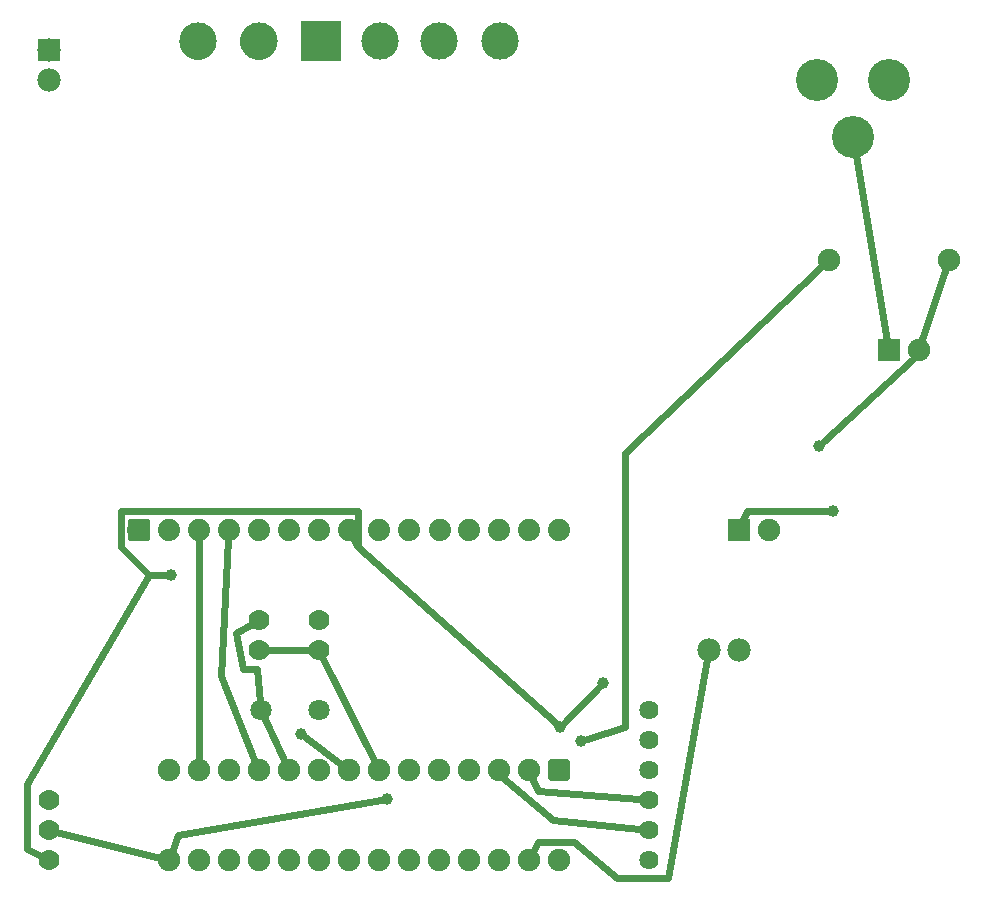
<source format=gbl>
G04 MADE WITH FRITZING*
G04 WWW.FRITZING.ORG*
G04 DOUBLE SIDED*
G04 HOLES PLATED*
G04 CONTOUR ON CENTER OF CONTOUR VECTOR*
%ASAXBY*%
%FSLAX23Y23*%
%MOIN*%
%OFA0B0*%
%SFA1.0B1.0*%
%ADD10C,0.078000*%
%ADD11C,0.075000*%
%ADD12C,0.070925*%
%ADD13C,0.070866*%
%ADD14C,0.064000*%
%ADD15C,0.074000*%
%ADD16C,0.124111*%
%ADD17C,0.124125*%
%ADD18C,0.069444*%
%ADD19C,0.140000*%
%ADD20C,0.070000*%
%ADD21C,0.039370*%
%ADD22R,0.078000X0.078000*%
%ADD23R,0.132161X0.132161*%
%ADD24R,0.075000X0.075000*%
%ADD25C,0.024000*%
%ADD26C,0.020000*%
%ADD27C,0.017000*%
%ADD28R,0.001000X0.001000*%
%LNCOPPER0*%
G90*
G70*
G54D10*
X252Y2876D03*
X252Y2776D03*
G54D11*
X1952Y476D03*
X1952Y176D03*
X1852Y476D03*
X1852Y176D03*
X1752Y476D03*
X1752Y176D03*
X1652Y476D03*
X1652Y176D03*
X1552Y476D03*
X1552Y176D03*
X1452Y476D03*
X1452Y176D03*
X1352Y476D03*
X1352Y176D03*
X1252Y476D03*
X1252Y176D03*
X1152Y476D03*
X1152Y176D03*
X1052Y476D03*
X1052Y176D03*
X952Y476D03*
X952Y176D03*
X852Y476D03*
X852Y176D03*
X752Y476D03*
X752Y176D03*
X652Y476D03*
X652Y176D03*
G54D12*
X1152Y676D03*
G54D13*
X959Y676D03*
G54D14*
X2252Y176D03*
X2252Y276D03*
X2252Y376D03*
X2252Y476D03*
X2252Y576D03*
X2252Y676D03*
G54D15*
X551Y1276D03*
X652Y1276D03*
X753Y1276D03*
X852Y1276D03*
X952Y1276D03*
X1052Y1276D03*
X1153Y1275D03*
X1253Y1276D03*
X1354Y1276D03*
X1452Y1276D03*
X1557Y1276D03*
X1653Y1276D03*
X1753Y1276D03*
X1852Y1276D03*
X1952Y1276D03*
G54D16*
X1756Y2904D03*
X1554Y2904D03*
X1356Y2904D03*
G54D17*
X1159Y2904D03*
X953Y2904D03*
G54D16*
X750Y2904D03*
G54D18*
X252Y376D03*
X252Y276D03*
X252Y176D03*
G54D19*
X3052Y2776D03*
X2812Y2776D03*
X2932Y2586D03*
G54D10*
X2552Y876D03*
X2452Y876D03*
G54D20*
X1152Y976D03*
X1152Y876D03*
X952Y976D03*
X952Y876D03*
G54D11*
X3052Y1876D03*
X3152Y1876D03*
X2552Y1276D03*
X2652Y1276D03*
X3252Y2176D03*
X2852Y2176D03*
G54D21*
X2868Y1340D03*
X2028Y572D03*
X1380Y380D03*
X1956Y620D03*
X2100Y764D03*
X2820Y1556D03*
X1092Y596D03*
X660Y1124D03*
G54D22*
X252Y2876D03*
G54D23*
X1160Y2904D03*
G54D24*
X3052Y1876D03*
X2552Y1276D03*
G54D25*
X752Y504D02*
X753Y1245D01*
D02*
X1864Y450D02*
X1884Y404D01*
X1884Y404D02*
X2221Y378D01*
D02*
X970Y651D02*
X1040Y502D01*
D02*
X929Y963D02*
X876Y932D01*
D02*
X876Y932D02*
X900Y812D01*
X900Y812D02*
X948Y812D01*
X948Y812D02*
X957Y702D01*
D02*
X1765Y450D02*
X1764Y452D01*
X1764Y452D02*
X1932Y308D01*
X1932Y308D02*
X2221Y279D01*
D02*
X851Y1245D02*
X828Y788D01*
D02*
X828Y788D02*
X941Y502D01*
D02*
X2447Y846D02*
X2316Y116D01*
X2316Y116D02*
X2148Y116D01*
X2148Y116D02*
X2004Y236D01*
X2004Y236D02*
X1884Y236D01*
X1884Y236D02*
X1865Y201D01*
D02*
X978Y876D02*
X1126Y876D01*
D02*
X1339Y501D02*
X1164Y852D01*
D02*
X2849Y1340D02*
X2580Y1340D01*
X2580Y1340D02*
X2563Y1302D01*
D02*
X2942Y2525D02*
X3047Y1904D01*
D02*
X277Y269D02*
X624Y183D01*
D02*
X2831Y2156D02*
X2172Y1532D01*
X2172Y1532D02*
X2172Y620D01*
X2172Y620D02*
X2046Y578D01*
D02*
X1361Y377D02*
X684Y260D01*
X684Y260D02*
X662Y203D01*
D02*
X3161Y1903D02*
X3243Y2149D01*
D02*
X1969Y633D02*
X2087Y751D01*
D02*
X2834Y1569D02*
X3132Y1844D01*
X3132Y1844D02*
X3137Y1852D01*
D02*
X1229Y493D02*
X1107Y585D01*
D02*
X641Y1124D02*
X588Y1124D01*
X588Y1124D02*
X492Y1220D01*
X492Y1220D02*
X492Y1340D01*
X492Y1340D02*
X1284Y1340D01*
X1284Y1340D02*
X1284Y1220D01*
X1284Y1220D02*
X1942Y633D01*
D02*
X1268Y1249D02*
X1284Y1220D01*
D02*
X228Y188D02*
X180Y212D01*
D02*
X180Y212D02*
X180Y428D01*
X180Y428D02*
X588Y1124D01*
G54D26*
X1980Y448D02*
X1925Y448D01*
X1925Y503D01*
X1980Y503D01*
X1980Y448D01*
D02*
G54D27*
X523Y1304D02*
X579Y1304D01*
X579Y1248D01*
X523Y1248D01*
X523Y1304D01*
D02*
G54D28*
X744Y2966D02*
X756Y2966D01*
X946Y2966D02*
X958Y2966D01*
X1152Y2966D02*
X1164Y2966D01*
X738Y2965D02*
X762Y2965D01*
X940Y2965D02*
X964Y2965D01*
X1146Y2965D02*
X1170Y2965D01*
X734Y2964D02*
X766Y2964D01*
X936Y2964D02*
X968Y2964D01*
X1142Y2964D02*
X1174Y2964D01*
X730Y2963D02*
X769Y2963D01*
X933Y2963D02*
X972Y2963D01*
X1139Y2963D02*
X1178Y2963D01*
X727Y2962D02*
X772Y2962D01*
X930Y2962D02*
X974Y2962D01*
X1136Y2962D02*
X1180Y2962D01*
X725Y2961D02*
X774Y2961D01*
X928Y2961D02*
X977Y2961D01*
X1134Y2961D02*
X1183Y2961D01*
X723Y2960D02*
X776Y2960D01*
X926Y2960D02*
X979Y2960D01*
X1131Y2960D02*
X1185Y2960D01*
X721Y2959D02*
X779Y2959D01*
X923Y2959D02*
X981Y2959D01*
X1129Y2959D02*
X1187Y2959D01*
X719Y2958D02*
X780Y2958D01*
X922Y2958D02*
X983Y2958D01*
X1128Y2958D02*
X1189Y2958D01*
X718Y2957D02*
X782Y2957D01*
X920Y2957D02*
X984Y2957D01*
X1126Y2957D02*
X1190Y2957D01*
X716Y2956D02*
X783Y2956D01*
X919Y2956D02*
X986Y2956D01*
X1125Y2956D02*
X1192Y2956D01*
X715Y2955D02*
X785Y2955D01*
X917Y2955D02*
X987Y2955D01*
X1123Y2955D02*
X1193Y2955D01*
X713Y2954D02*
X786Y2954D01*
X916Y2954D02*
X989Y2954D01*
X1122Y2954D02*
X1195Y2954D01*
X712Y2953D02*
X788Y2953D01*
X914Y2953D02*
X990Y2953D01*
X1120Y2953D02*
X1196Y2953D01*
X711Y2952D02*
X789Y2952D01*
X913Y2952D02*
X991Y2952D01*
X1119Y2952D02*
X1197Y2952D01*
X709Y2951D02*
X790Y2951D01*
X912Y2951D02*
X992Y2951D01*
X1118Y2951D02*
X1198Y2951D01*
X708Y2950D02*
X791Y2950D01*
X911Y2950D02*
X994Y2950D01*
X1117Y2950D02*
X1200Y2950D01*
X707Y2949D02*
X792Y2949D01*
X910Y2949D02*
X995Y2949D01*
X1116Y2949D02*
X1201Y2949D01*
X706Y2948D02*
X793Y2948D01*
X909Y2948D02*
X996Y2948D01*
X1115Y2948D02*
X1202Y2948D01*
X705Y2947D02*
X794Y2947D01*
X908Y2947D02*
X997Y2947D01*
X1114Y2947D02*
X1203Y2947D01*
X704Y2946D02*
X795Y2946D01*
X907Y2946D02*
X998Y2946D01*
X1113Y2946D02*
X1204Y2946D01*
X704Y2945D02*
X796Y2945D01*
X906Y2945D02*
X999Y2945D01*
X1112Y2945D02*
X1204Y2945D01*
X703Y2944D02*
X797Y2944D01*
X905Y2944D02*
X999Y2944D01*
X1111Y2944D02*
X1205Y2944D01*
X702Y2943D02*
X798Y2943D01*
X904Y2943D02*
X1000Y2943D01*
X1110Y2943D02*
X1206Y2943D01*
X701Y2942D02*
X798Y2942D01*
X904Y2942D02*
X1001Y2942D01*
X1110Y2942D02*
X1207Y2942D01*
X700Y2941D02*
X799Y2941D01*
X903Y2941D02*
X1002Y2941D01*
X1109Y2941D02*
X1208Y2941D01*
X700Y2940D02*
X800Y2940D01*
X902Y2940D02*
X1002Y2940D01*
X1108Y2940D02*
X1208Y2940D01*
X699Y2939D02*
X801Y2939D01*
X901Y2939D02*
X1003Y2939D01*
X1107Y2939D02*
X1209Y2939D01*
X698Y2938D02*
X743Y2938D01*
X757Y2938D02*
X801Y2938D01*
X901Y2938D02*
X945Y2938D01*
X959Y2938D02*
X1004Y2938D01*
X1107Y2938D02*
X1151Y2938D01*
X1165Y2938D02*
X1210Y2938D01*
X698Y2937D02*
X739Y2937D01*
X761Y2937D02*
X802Y2937D01*
X900Y2937D02*
X941Y2937D01*
X963Y2937D02*
X1004Y2937D01*
X1106Y2937D02*
X1147Y2937D01*
X1169Y2937D02*
X1210Y2937D01*
X697Y2936D02*
X736Y2936D01*
X763Y2936D02*
X802Y2936D01*
X900Y2936D02*
X939Y2936D01*
X966Y2936D02*
X1005Y2936D01*
X1106Y2936D02*
X1145Y2936D01*
X1172Y2936D02*
X1211Y2936D01*
X696Y2935D02*
X734Y2935D01*
X766Y2935D02*
X803Y2935D01*
X899Y2935D02*
X936Y2935D01*
X968Y2935D02*
X1006Y2935D01*
X1105Y2935D02*
X1142Y2935D01*
X1174Y2935D02*
X1212Y2935D01*
X696Y2934D02*
X732Y2934D01*
X767Y2934D02*
X804Y2934D01*
X898Y2934D02*
X935Y2934D01*
X970Y2934D02*
X1006Y2934D01*
X1104Y2934D02*
X1141Y2934D01*
X1176Y2934D02*
X1212Y2934D01*
X695Y2933D02*
X730Y2933D01*
X769Y2933D02*
X804Y2933D01*
X898Y2933D02*
X933Y2933D01*
X972Y2933D02*
X1007Y2933D01*
X1104Y2933D02*
X1139Y2933D01*
X1178Y2933D02*
X1213Y2933D01*
X695Y2932D02*
X729Y2932D01*
X770Y2932D02*
X805Y2932D01*
X897Y2932D02*
X932Y2932D01*
X973Y2932D02*
X1007Y2932D01*
X1103Y2932D02*
X1137Y2932D01*
X1179Y2932D02*
X1213Y2932D01*
X694Y2931D02*
X728Y2931D01*
X772Y2931D02*
X805Y2931D01*
X897Y2931D02*
X930Y2931D01*
X974Y2931D02*
X1008Y2931D01*
X1103Y2931D02*
X1136Y2931D01*
X1180Y2931D02*
X1214Y2931D01*
X694Y2930D02*
X727Y2930D01*
X773Y2930D02*
X806Y2930D01*
X896Y2930D02*
X929Y2930D01*
X975Y2930D02*
X1008Y2930D01*
X1102Y2930D02*
X1135Y2930D01*
X1181Y2930D02*
X1214Y2930D01*
X693Y2929D02*
X725Y2929D01*
X774Y2929D02*
X806Y2929D01*
X896Y2929D02*
X928Y2929D01*
X977Y2929D02*
X1009Y2929D01*
X1102Y2929D02*
X1134Y2929D01*
X1182Y2929D02*
X1215Y2929D01*
X693Y2928D02*
X724Y2928D01*
X775Y2928D02*
X807Y2928D01*
X895Y2928D02*
X927Y2928D01*
X978Y2928D02*
X1009Y2928D01*
X1101Y2928D02*
X1133Y2928D01*
X1183Y2928D02*
X1215Y2928D01*
X693Y2927D02*
X724Y2927D01*
X776Y2927D02*
X807Y2927D01*
X895Y2927D02*
X926Y2927D01*
X978Y2927D02*
X1009Y2927D01*
X1101Y2927D02*
X1132Y2927D01*
X1184Y2927D02*
X1215Y2927D01*
X692Y2926D02*
X723Y2926D01*
X777Y2926D02*
X807Y2926D01*
X895Y2926D02*
X925Y2926D01*
X979Y2926D02*
X1010Y2926D01*
X1101Y2926D02*
X1131Y2926D01*
X1185Y2926D02*
X1216Y2926D01*
X692Y2925D02*
X722Y2925D01*
X778Y2925D02*
X808Y2925D01*
X894Y2925D02*
X924Y2925D01*
X980Y2925D02*
X1010Y2925D01*
X1100Y2925D02*
X1130Y2925D01*
X1186Y2925D02*
X1216Y2925D01*
X691Y2924D02*
X721Y2924D01*
X778Y2924D02*
X808Y2924D01*
X894Y2924D02*
X924Y2924D01*
X981Y2924D02*
X1011Y2924D01*
X1100Y2924D02*
X1130Y2924D01*
X1187Y2924D02*
X1217Y2924D01*
X691Y2923D02*
X720Y2923D01*
X779Y2923D02*
X808Y2923D01*
X894Y2923D02*
X923Y2923D01*
X982Y2923D02*
X1011Y2923D01*
X1100Y2923D02*
X1129Y2923D01*
X1188Y2923D02*
X1217Y2923D01*
X691Y2922D02*
X720Y2922D01*
X780Y2922D02*
X809Y2922D01*
X893Y2922D02*
X922Y2922D01*
X982Y2922D02*
X1011Y2922D01*
X1099Y2922D02*
X1128Y2922D01*
X1188Y2922D02*
X1217Y2922D01*
X691Y2921D02*
X719Y2921D01*
X780Y2921D02*
X809Y2921D01*
X893Y2921D02*
X922Y2921D01*
X983Y2921D02*
X1011Y2921D01*
X1099Y2921D02*
X1128Y2921D01*
X1189Y2921D02*
X1217Y2921D01*
X690Y2920D02*
X719Y2920D01*
X781Y2920D02*
X809Y2920D01*
X893Y2920D02*
X921Y2920D01*
X983Y2920D02*
X1012Y2920D01*
X1099Y2920D02*
X1127Y2920D01*
X1189Y2920D02*
X1218Y2920D01*
X690Y2919D02*
X718Y2919D01*
X781Y2919D02*
X809Y2919D01*
X893Y2919D02*
X921Y2919D01*
X984Y2919D02*
X1012Y2919D01*
X1099Y2919D02*
X1127Y2919D01*
X1190Y2919D02*
X1218Y2919D01*
X690Y2918D02*
X718Y2918D01*
X782Y2918D02*
X810Y2918D01*
X892Y2918D02*
X920Y2918D01*
X984Y2918D02*
X1012Y2918D01*
X1098Y2918D02*
X1126Y2918D01*
X1190Y2918D02*
X1218Y2918D01*
X690Y2917D02*
X717Y2917D01*
X782Y2917D02*
X810Y2917D01*
X892Y2917D02*
X920Y2917D01*
X985Y2917D02*
X1012Y2917D01*
X1098Y2917D02*
X1126Y2917D01*
X1191Y2917D02*
X1218Y2917D01*
X689Y2916D02*
X717Y2916D01*
X782Y2916D02*
X810Y2916D01*
X892Y2916D02*
X920Y2916D01*
X985Y2916D02*
X1013Y2916D01*
X1098Y2916D02*
X1126Y2916D01*
X1191Y2916D02*
X1219Y2916D01*
X689Y2915D02*
X717Y2915D01*
X783Y2915D02*
X810Y2915D01*
X892Y2915D02*
X919Y2915D01*
X985Y2915D02*
X1013Y2915D01*
X1098Y2915D02*
X1125Y2915D01*
X1191Y2915D02*
X1219Y2915D01*
X689Y2914D02*
X716Y2914D01*
X783Y2914D02*
X810Y2914D01*
X892Y2914D02*
X919Y2914D01*
X986Y2914D02*
X1013Y2914D01*
X1098Y2914D02*
X1125Y2914D01*
X1192Y2914D02*
X1219Y2914D01*
X689Y2913D02*
X716Y2913D01*
X783Y2913D02*
X811Y2913D01*
X891Y2913D02*
X919Y2913D01*
X986Y2913D02*
X1013Y2913D01*
X1097Y2913D02*
X1125Y2913D01*
X1192Y2913D02*
X1219Y2913D01*
X689Y2912D02*
X716Y2912D01*
X784Y2912D02*
X811Y2912D01*
X891Y2912D02*
X918Y2912D01*
X986Y2912D02*
X1013Y2912D01*
X1097Y2912D02*
X1124Y2912D01*
X1192Y2912D02*
X1219Y2912D01*
X689Y2911D02*
X716Y2911D01*
X784Y2911D02*
X811Y2911D01*
X891Y2911D02*
X918Y2911D01*
X986Y2911D02*
X1013Y2911D01*
X1097Y2911D02*
X1124Y2911D01*
X1192Y2911D02*
X1219Y2911D01*
X689Y2910D02*
X715Y2910D01*
X784Y2910D02*
X811Y2910D01*
X891Y2910D02*
X918Y2910D01*
X987Y2910D02*
X1013Y2910D01*
X1097Y2910D02*
X1124Y2910D01*
X1193Y2910D02*
X1219Y2910D01*
X688Y2909D02*
X715Y2909D01*
X784Y2909D02*
X811Y2909D01*
X891Y2909D02*
X918Y2909D01*
X987Y2909D02*
X1014Y2909D01*
X1097Y2909D02*
X1124Y2909D01*
X1193Y2909D02*
X1220Y2909D01*
X688Y2908D02*
X715Y2908D01*
X784Y2908D02*
X811Y2908D01*
X891Y2908D02*
X918Y2908D01*
X987Y2908D02*
X1014Y2908D01*
X1097Y2908D02*
X1124Y2908D01*
X1193Y2908D02*
X1220Y2908D01*
X688Y2907D02*
X715Y2907D01*
X784Y2907D02*
X811Y2907D01*
X891Y2907D02*
X918Y2907D01*
X987Y2907D02*
X1014Y2907D01*
X1097Y2907D02*
X1124Y2907D01*
X1193Y2907D02*
X1220Y2907D01*
X688Y2906D02*
X715Y2906D01*
X784Y2906D02*
X811Y2906D01*
X891Y2906D02*
X918Y2906D01*
X987Y2906D02*
X1014Y2906D01*
X1097Y2906D02*
X1124Y2906D01*
X1193Y2906D02*
X1220Y2906D01*
X688Y2905D02*
X715Y2905D01*
X784Y2905D02*
X811Y2905D01*
X891Y2905D02*
X918Y2905D01*
X987Y2905D02*
X1014Y2905D01*
X1097Y2905D02*
X1123Y2905D01*
X1193Y2905D02*
X1220Y2905D01*
X688Y2904D02*
X715Y2904D01*
X784Y2904D02*
X811Y2904D01*
X891Y2904D02*
X917Y2904D01*
X987Y2904D02*
X1014Y2904D01*
X1097Y2904D02*
X1123Y2904D01*
X1193Y2904D02*
X1220Y2904D01*
X688Y2903D02*
X715Y2903D01*
X784Y2903D02*
X811Y2903D01*
X891Y2903D02*
X918Y2903D01*
X987Y2903D02*
X1014Y2903D01*
X1097Y2903D02*
X1123Y2903D01*
X1193Y2903D02*
X1220Y2903D01*
X688Y2902D02*
X715Y2902D01*
X784Y2902D02*
X811Y2902D01*
X891Y2902D02*
X918Y2902D01*
X987Y2902D02*
X1014Y2902D01*
X1097Y2902D02*
X1124Y2902D01*
X1193Y2902D02*
X1220Y2902D01*
X688Y2901D02*
X715Y2901D01*
X784Y2901D02*
X811Y2901D01*
X891Y2901D02*
X918Y2901D01*
X987Y2901D02*
X1014Y2901D01*
X1097Y2901D02*
X1124Y2901D01*
X1193Y2901D02*
X1220Y2901D01*
X688Y2900D02*
X715Y2900D01*
X784Y2900D02*
X811Y2900D01*
X891Y2900D02*
X918Y2900D01*
X987Y2900D02*
X1014Y2900D01*
X1097Y2900D02*
X1124Y2900D01*
X1193Y2900D02*
X1220Y2900D01*
X689Y2899D02*
X715Y2899D01*
X784Y2899D02*
X811Y2899D01*
X891Y2899D02*
X918Y2899D01*
X987Y2899D02*
X1014Y2899D01*
X1097Y2899D02*
X1124Y2899D01*
X1193Y2899D02*
X1219Y2899D01*
X689Y2898D02*
X716Y2898D01*
X784Y2898D02*
X811Y2898D01*
X891Y2898D02*
X918Y2898D01*
X987Y2898D02*
X1013Y2898D01*
X1097Y2898D02*
X1124Y2898D01*
X1192Y2898D02*
X1219Y2898D01*
X689Y2897D02*
X716Y2897D01*
X784Y2897D02*
X811Y2897D01*
X891Y2897D02*
X918Y2897D01*
X986Y2897D02*
X1013Y2897D01*
X1097Y2897D02*
X1124Y2897D01*
X1192Y2897D02*
X1219Y2897D01*
X689Y2896D02*
X716Y2896D01*
X784Y2896D02*
X811Y2896D01*
X891Y2896D02*
X918Y2896D01*
X986Y2896D02*
X1013Y2896D01*
X1097Y2896D02*
X1124Y2896D01*
X1192Y2896D02*
X1219Y2896D01*
X689Y2895D02*
X716Y2895D01*
X783Y2895D02*
X810Y2895D01*
X892Y2895D02*
X919Y2895D01*
X986Y2895D02*
X1013Y2895D01*
X1097Y2895D02*
X1125Y2895D01*
X1192Y2895D02*
X1219Y2895D01*
X689Y2894D02*
X717Y2894D01*
X783Y2894D02*
X810Y2894D01*
X892Y2894D02*
X919Y2894D01*
X985Y2894D02*
X1013Y2894D01*
X1098Y2894D02*
X1125Y2894D01*
X1191Y2894D02*
X1219Y2894D01*
X689Y2893D02*
X717Y2893D01*
X783Y2893D02*
X810Y2893D01*
X892Y2893D02*
X919Y2893D01*
X985Y2893D02*
X1013Y2893D01*
X1098Y2893D02*
X1125Y2893D01*
X1191Y2893D02*
X1219Y2893D01*
X690Y2892D02*
X717Y2892D01*
X782Y2892D02*
X810Y2892D01*
X892Y2892D02*
X920Y2892D01*
X985Y2892D02*
X1013Y2892D01*
X1098Y2892D02*
X1126Y2892D01*
X1191Y2892D02*
X1218Y2892D01*
X690Y2891D02*
X718Y2891D01*
X782Y2891D02*
X810Y2891D01*
X892Y2891D02*
X920Y2891D01*
X984Y2891D02*
X1012Y2891D01*
X1098Y2891D02*
X1126Y2891D01*
X1190Y2891D02*
X1218Y2891D01*
X690Y2890D02*
X718Y2890D01*
X781Y2890D02*
X810Y2890D01*
X892Y2890D02*
X921Y2890D01*
X984Y2890D02*
X1012Y2890D01*
X1098Y2890D02*
X1127Y2890D01*
X1190Y2890D02*
X1218Y2890D01*
X690Y2889D02*
X719Y2889D01*
X781Y2889D02*
X809Y2889D01*
X893Y2889D02*
X921Y2889D01*
X983Y2889D02*
X1012Y2889D01*
X1099Y2889D02*
X1127Y2889D01*
X1189Y2889D02*
X1218Y2889D01*
X690Y2888D02*
X719Y2888D01*
X780Y2888D02*
X809Y2888D01*
X893Y2888D02*
X922Y2888D01*
X983Y2888D02*
X1012Y2888D01*
X1099Y2888D02*
X1128Y2888D01*
X1189Y2888D02*
X1217Y2888D01*
X691Y2887D02*
X720Y2887D01*
X780Y2887D02*
X809Y2887D01*
X893Y2887D02*
X922Y2887D01*
X982Y2887D02*
X1011Y2887D01*
X1099Y2887D02*
X1128Y2887D01*
X1188Y2887D02*
X1217Y2887D01*
X691Y2886D02*
X720Y2886D01*
X779Y2886D02*
X808Y2886D01*
X893Y2886D02*
X923Y2886D01*
X982Y2886D02*
X1011Y2886D01*
X1099Y2886D02*
X1129Y2886D01*
X1188Y2886D02*
X1217Y2886D01*
X691Y2885D02*
X721Y2885D01*
X779Y2885D02*
X808Y2885D01*
X894Y2885D02*
X923Y2885D01*
X981Y2885D02*
X1011Y2885D01*
X1100Y2885D02*
X1129Y2885D01*
X1187Y2885D02*
X1217Y2885D01*
X692Y2884D02*
X722Y2884D01*
X778Y2884D02*
X808Y2884D01*
X894Y2884D02*
X924Y2884D01*
X980Y2884D02*
X1010Y2884D01*
X1100Y2884D02*
X1130Y2884D01*
X1186Y2884D02*
X1216Y2884D01*
X692Y2883D02*
X722Y2883D01*
X777Y2883D02*
X807Y2883D01*
X895Y2883D02*
X925Y2883D01*
X980Y2883D02*
X1010Y2883D01*
X1101Y2883D02*
X1131Y2883D01*
X1186Y2883D02*
X1216Y2883D01*
X692Y2882D02*
X723Y2882D01*
X776Y2882D02*
X807Y2882D01*
X895Y2882D02*
X926Y2882D01*
X979Y2882D02*
X1010Y2882D01*
X1101Y2882D02*
X1132Y2882D01*
X1185Y2882D02*
X1216Y2882D01*
X693Y2881D02*
X724Y2881D01*
X775Y2881D02*
X807Y2881D01*
X895Y2881D02*
X927Y2881D01*
X978Y2881D02*
X1009Y2881D01*
X1101Y2881D02*
X1133Y2881D01*
X1184Y2881D02*
X1215Y2881D01*
X693Y2880D02*
X725Y2880D01*
X774Y2880D02*
X806Y2880D01*
X896Y2880D02*
X928Y2880D01*
X977Y2880D02*
X1009Y2880D01*
X1102Y2880D02*
X1134Y2880D01*
X1183Y2880D02*
X1215Y2880D01*
X694Y2879D02*
X726Y2879D01*
X773Y2879D02*
X806Y2879D01*
X896Y2879D02*
X929Y2879D01*
X976Y2879D02*
X1008Y2879D01*
X1102Y2879D02*
X1135Y2879D01*
X1182Y2879D02*
X1214Y2879D01*
X694Y2878D02*
X727Y2878D01*
X772Y2878D02*
X805Y2878D01*
X897Y2878D02*
X930Y2878D01*
X975Y2878D02*
X1008Y2878D01*
X1103Y2878D02*
X1136Y2878D01*
X1181Y2878D02*
X1214Y2878D01*
X695Y2877D02*
X728Y2877D01*
X771Y2877D02*
X805Y2877D01*
X897Y2877D02*
X931Y2877D01*
X974Y2877D02*
X1007Y2877D01*
X1103Y2877D02*
X1137Y2877D01*
X1179Y2877D02*
X1213Y2877D01*
X695Y2876D02*
X730Y2876D01*
X770Y2876D02*
X804Y2876D01*
X898Y2876D02*
X932Y2876D01*
X972Y2876D02*
X1007Y2876D01*
X1104Y2876D02*
X1138Y2876D01*
X1178Y2876D02*
X1213Y2876D01*
X696Y2875D02*
X731Y2875D01*
X768Y2875D02*
X804Y2875D01*
X898Y2875D02*
X934Y2875D01*
X971Y2875D02*
X1006Y2875D01*
X1104Y2875D02*
X1140Y2875D01*
X1177Y2875D02*
X1212Y2875D01*
X696Y2874D02*
X733Y2874D01*
X766Y2874D02*
X803Y2874D01*
X899Y2874D02*
X936Y2874D01*
X969Y2874D02*
X1006Y2874D01*
X1105Y2874D02*
X1142Y2874D01*
X1175Y2874D02*
X1212Y2874D01*
X697Y2873D02*
X735Y2873D01*
X764Y2873D02*
X803Y2873D01*
X899Y2873D02*
X938Y2873D01*
X967Y2873D02*
X1005Y2873D01*
X1105Y2873D02*
X1144Y2873D01*
X1173Y2873D02*
X1211Y2873D01*
X697Y2872D02*
X738Y2872D01*
X762Y2872D02*
X802Y2872D01*
X900Y2872D02*
X940Y2872D01*
X964Y2872D02*
X1005Y2872D01*
X1106Y2872D02*
X1146Y2872D01*
X1170Y2872D02*
X1211Y2872D01*
X698Y2871D02*
X741Y2871D01*
X758Y2871D02*
X801Y2871D01*
X901Y2871D02*
X944Y2871D01*
X961Y2871D02*
X1004Y2871D01*
X1106Y2871D02*
X1150Y2871D01*
X1167Y2871D02*
X1210Y2871D01*
X699Y2870D02*
X801Y2870D01*
X901Y2870D02*
X1003Y2870D01*
X1107Y2870D02*
X1209Y2870D01*
X699Y2869D02*
X800Y2869D01*
X902Y2869D02*
X1003Y2869D01*
X1108Y2869D02*
X1209Y2869D01*
X700Y2868D02*
X799Y2868D01*
X903Y2868D02*
X1002Y2868D01*
X1109Y2868D02*
X1208Y2868D01*
X701Y2867D02*
X799Y2867D01*
X903Y2867D02*
X1001Y2867D01*
X1109Y2867D02*
X1207Y2867D01*
X702Y2866D02*
X798Y2866D01*
X904Y2866D02*
X1000Y2866D01*
X1110Y2866D02*
X1206Y2866D01*
X702Y2865D02*
X797Y2865D01*
X905Y2865D02*
X1000Y2865D01*
X1111Y2865D02*
X1206Y2865D01*
X703Y2864D02*
X796Y2864D01*
X906Y2864D02*
X999Y2864D01*
X1112Y2864D02*
X1205Y2864D01*
X704Y2863D02*
X795Y2863D01*
X907Y2863D02*
X998Y2863D01*
X1113Y2863D02*
X1204Y2863D01*
X705Y2862D02*
X795Y2862D01*
X907Y2862D02*
X997Y2862D01*
X1113Y2862D02*
X1203Y2862D01*
X706Y2861D02*
X794Y2861D01*
X908Y2861D02*
X996Y2861D01*
X1114Y2861D02*
X1202Y2861D01*
X707Y2860D02*
X793Y2860D01*
X909Y2860D02*
X995Y2860D01*
X1115Y2860D02*
X1201Y2860D01*
X708Y2859D02*
X792Y2859D01*
X910Y2859D02*
X994Y2859D01*
X1116Y2859D02*
X1200Y2859D01*
X709Y2858D02*
X790Y2858D01*
X912Y2858D02*
X993Y2858D01*
X1118Y2858D02*
X1199Y2858D01*
X710Y2857D02*
X789Y2857D01*
X913Y2857D02*
X992Y2857D01*
X1119Y2857D02*
X1198Y2857D01*
X711Y2856D02*
X788Y2856D01*
X914Y2856D02*
X991Y2856D01*
X1120Y2856D02*
X1197Y2856D01*
X713Y2855D02*
X787Y2855D01*
X915Y2855D02*
X989Y2855D01*
X1121Y2855D02*
X1195Y2855D01*
X714Y2854D02*
X785Y2854D01*
X917Y2854D02*
X988Y2854D01*
X1123Y2854D02*
X1194Y2854D01*
X715Y2853D02*
X784Y2853D01*
X918Y2853D02*
X987Y2853D01*
X1124Y2853D02*
X1193Y2853D01*
X717Y2852D02*
X782Y2852D01*
X920Y2852D02*
X985Y2852D01*
X1126Y2852D02*
X1191Y2852D01*
X719Y2851D02*
X781Y2851D01*
X921Y2851D02*
X983Y2851D01*
X1127Y2851D02*
X1189Y2851D01*
X720Y2850D02*
X779Y2850D01*
X923Y2850D02*
X982Y2850D01*
X1129Y2850D02*
X1188Y2850D01*
X722Y2849D02*
X777Y2849D01*
X925Y2849D02*
X980Y2849D01*
X1131Y2849D02*
X1186Y2849D01*
X724Y2848D02*
X775Y2848D01*
X927Y2848D02*
X978Y2848D01*
X1133Y2848D02*
X1184Y2848D01*
X726Y2847D02*
X773Y2847D01*
X929Y2847D02*
X976Y2847D01*
X1135Y2847D02*
X1182Y2847D01*
X729Y2846D02*
X770Y2846D01*
X932Y2846D02*
X973Y2846D01*
X1138Y2846D02*
X1179Y2846D01*
X732Y2845D02*
X767Y2845D01*
X935Y2845D02*
X970Y2845D01*
X1141Y2845D02*
X1176Y2845D01*
X736Y2844D02*
X763Y2844D01*
X939Y2844D02*
X966Y2844D01*
X1145Y2844D02*
X1172Y2844D01*
X741Y2843D02*
X758Y2843D01*
X944Y2843D02*
X961Y2843D01*
X1150Y2843D02*
X1167Y2843D01*
D02*
G04 End of Copper0*
M02*
</source>
